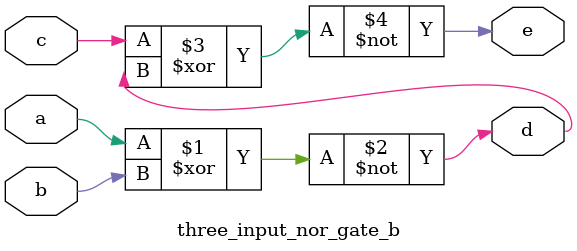
<source format=v>
`timescale 1ns / 1ps


module three_input_nor_gate_b(
    input a,b,c,
    output d,e
    );
    
    assign d = ~(a^b);
    assign e = ~(c^d);
    
endmodule
</source>
